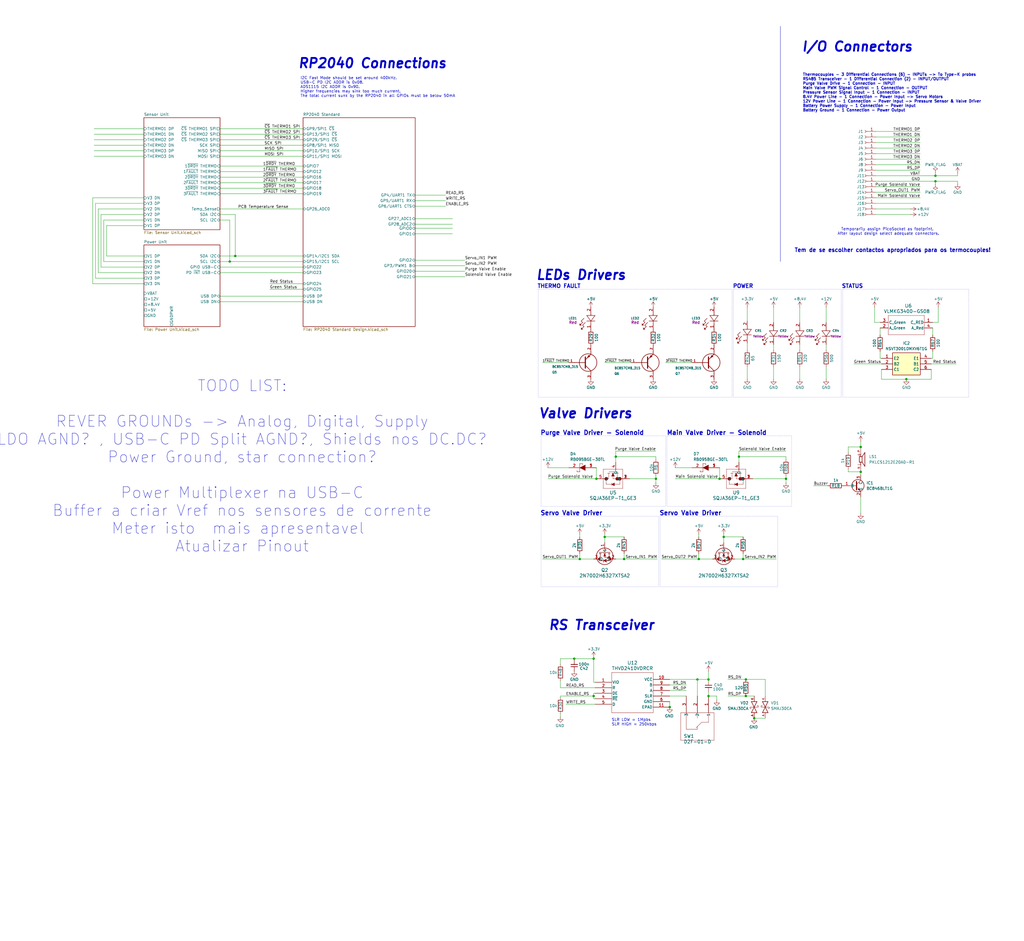
<source format=kicad_sch>
(kicad_sch (version 20250114) (generator "eeschema") (generator_version "9.0")
  (paper "User" 469.9 431.8)
  (title_block (title "Temperature & Valve Control System") (date "2025-02-20") (company "Porto Space Team") (comment 1 "Miguel Amorim") (comment 2 "Miguel Leite") (comment 3 "Rafael Novais") (comment 4 "Teresa Monteiro"))
  (rectangle (start 386.715 132.715) (end 444.5 182.245) (stroke (width 0) (type dot)))
  (rectangle (start 306.07 200.025) (end 363.22 232.41) (stroke (width 0) (type dot)))
  (rectangle (start 302.895 236.855) (end 356.87 269.24) (stroke (width 0) (type dot)))
  (rectangle (start 336.55 132.715) (end 386.08 182.245) (stroke (width 0) (type dot)))
  (rectangle (start 248.285 200.025) (end 305.435 232.41) (stroke (width 0) (type dot)))
  (rectangle (start 247.015 132.715) (end 335.915 182.245) (stroke (width 0) (type dot)))
  (rectangle (start 248.285 236.855) (end 302.26 269.24) (stroke (width 0) (type dot)))
  (text "RS Transceiver" (at 251.46 287.02 0) (effects (font (size 4.318 4.318) (thickness 0.8636) (bold yes) (italic yes)) (justify left)))
  (text "Servo Valve Driver" (at 262.255 235.585 0) (effects (font (size 2.032 2.032) (thickness 0.4064) (bold yes))))
  (text "RP2040 Connections" (at 136.525 29.21 0) (effects (font (size 4.318 4.318) (thickness 0.8636) (bold yes) (italic yes)) (justify left)))
  (text "POWER" (at 340.995 131.445 0) (effects (font (size 1.778 1.778) (thickness 0.3556) (bold yes))))
  (text "I2C Fast Mode should be set around 400kHz.\nUSB-C PD I2C ADDR is 0x08.\nADS1115 I2C ADDR is 0x90.\nHigher frequencies may sink too much current.\nThe total current sunk by the RP2040 in all GPIOs must be below 50mA" (at 137.795 40.005 0) (effects (font (size 1.27 1.27)) (justify left)))
  (text "Tem de se escolher contactos apropriados para os termocouples!" (at 364.49 114.935 0) (effects (font (size 1.778 1.778) (thickness 0.3556) (bold yes)) (justify left)))
  (text "Valve Drivers" (at 247.015 189.865 0) (effects (font (size 4.318 4.318) (thickness 0.8636) (bold yes) (italic yes)) (justify left)))
  (text "Temporarily assign PicoSocket as footprint. \nAfter layout design select adequate connectors.\n " (at 407.67 107.315 0) (effects (font (size 1.27 1.27))))
  (text "LEDs Drivers" (at 245.745 126.365 0) (effects (font (size 4.318 4.318) (thickness 0.8636) (bold yes) (italic yes)) (justify left)))
  (text "SLR LOW = 1Mpbs\nSLR HIGH = 250kbps\n" (at 280.67 331.47 0) (effects (font (size 1.27 1.27)) (justify left)))
  (text "THERMO FAULT" (at 256.54 131.445 0) (effects (font (size 1.778 1.778) (thickness 0.3556) (bold yes))))
  (text "TODO LIST:\n\nREVER GROUNDs -> Analog, Digital, Supply\nLDO AGND? , USB-C PD Split AGND?, Shields nos DC.DC?\nPower Ground, star connection?\n\nPower Multiplexer na USB-C\nBuffer a criar Vref nos sensores de corrente\nMeter isto  mais apresentavel \nAtualizar Pinout" (at 111.125 213.995 0) (effects (font (size 5.08 5.08))))
  (text "Purge Valve Driver - Solenoid" (at 271.78 198.755 0) (effects (font (size 2.032 2.032) (thickness 0.4064) (bold yes))))
  (text "STATUS" (at 391.16 131.445 0) (effects (font (size 1.778 1.778) (thickness 0.3556) (bold yes))))
  (text "Main Valve Driver - Solenoid" (at 328.93 198.755 0) (effects (font (size 2.032 2.032) (thickness 0.4064) (bold yes))))
  (text "Servo Valve Driver" (at 316.865 235.585 0) (effects (font (size 2.032 2.032) (thickness 0.4064) (bold yes))))
  (text "Thermocouples - 3 Differential Connections (6) - INPUTs -> To Type-K probes\nRS485 Transceiver - 1 Differential Connection (2) - INPUT/OUTPUT \nPurge Valve Drive - 1 Connection - INPUT\nMain Valve PWM Signal Control - 1 Connection - OUTPUT\nPressure Sensor Signal Input - 1 Connection - INPUT\n8.4V Power Line - 1 Connection - Power Input -> Servo Motors\n12V Power Line - 1 Connection - Power Input -> Pressure Sensor & Valve Driver\nBattery Power Supply - 1 Connection - Power Input\nBattery Ground - 1 Connection - Power Output" (at 368.3 42.545 0) (effects (font (size 1.27 1.27) (thickness 0.254) (bold yes)) (justify left)))
  (text "I/O Connectors" (at 367.665 21.59 0) (effects (font (size 4.318 4.318) (thickness 0.8636) (bold yes) (italic yes)) (justify left)))
  (junction (at 272.415 319.405))
  (junction (at 300.99 219.71))
  (junction (at 273.685 219.71))
  (junction (at 394.97 205.105))
  (junction (at 429.26 83.185))
  (junction (at 105.41 120.015))
  (junction (at 325.12 319.405))
  (junction (at 360.68 219.71))
  (junction (at 320.675 256.54))
  (junction (at 277.495 246.38))
  (junction (at 325.12 311.785))
  (junction (at 263.525 302.26))
  (junction (at 320.04 311.785))
  (junction (at 429.26 80.645))
  (junction (at 394.97 216.535))
  (junction (at 339.09 209.55))
  (junction (at 415.925 173.99))
  (junction (at 332.105 246.38))
  (junction (at 330.2 219.71))
  (junction (at 286.385 256.54))
  (junction (at 282.575 209.55))
  (junction (at 346.075 329.565))
  (junction (at 272.415 302.26))
  (junction (at 342.265 319.405))
  (junction (at 307.34 324.485))
  (junction (at 342.265 311.785))
  (junction (at 266.065 256.54))
  (junction (at 340.995 256.54))
  (junction (at 107.95 117.475))
  (wire (pts (xy 401.955 90.805) (xy 422.275 90.805)))
  (wire (pts (xy 346.075 329.565) (xy 351.155 329.565)))
  (wire (pts (xy 100.965 122.555) (xy 139.065 122.555)))
  (wire (pts (xy 401.32 147.955) (xy 403.86 147.955)))
  (wire (pts (xy 272.415 313.055) (xy 273.05 313.055)))
  (wire (pts (xy 389.255 215.265) (xy 389.255 216.535)))
  (wire (pts (xy 277.495 246.38) (xy 277.495 248.92)))
  (wire (pts (xy 391.795 167.005) (xy 404.495 167.005)))
  (wire (pts (xy 360.68 207.01) (xy 339.09 207.01)))
  (wire (pts (xy 277.495 246.38) (xy 286.385 246.38)))
  (wire (pts (xy 100.965 100.965) (xy 105.41 100.965)))
  (wire (pts (xy 389.255 207.645) (xy 389.255 205.105)))
  (wire (pts (xy 100.965 69.215) (xy 139.065 69.215)))
  (wire (pts (xy 207.645 104.775) (xy 190.5 104.775)))
  (wire (pts (xy 263.525 302.26) (xy 263.525 302.895)))
  (wire (pts (xy 107.95 117.475) (xy 139.065 117.475)))
  (wire (pts (xy 307.34 311.785) (xy 320.04 311.785)))
  (wire (pts (xy 43.815 93.345) (xy 66.04 93.345)))
  (wire (pts (xy 403.86 150.495) (xy 403.86 153.67)))
  (wire (pts (xy 100.965 61.595) (xy 139.065 61.595)))
  (wire (pts (xy 300.99 218.44) (xy 300.99 219.71)))
  (wire (pts (xy 401.955 93.345) (xy 422.275 93.345)))
  (wire (pts (xy 401.955 88.265) (xy 422.275 88.265)))
  (wire (pts (xy 427.355 167.005) (xy 438.785 167.005)))
  (wire (pts (xy 66.04 103.505) (xy 48.895 103.505)))
  (wire (pts (xy 282.575 209.55) (xy 282.575 212.09)))
  (wire (pts (xy 430.53 140.97) (xy 430.53 147.955)))
  (wire (pts (xy 263.525 302.26) (xy 272.415 302.26)))
  (wire (pts (xy 100.965 64.135) (xy 139.065 64.135)))
  (wire (pts (xy 303.53 256.54) (xy 320.675 256.54)))
  (wire (pts (xy 46.355 98.425) (xy 66.04 98.425)))
  (wire (pts (xy 66.04 122.555) (xy 46.355 122.555)))
  (wire (pts (xy 403.86 164.465) (xy 404.495 164.465)))
  (wire (pts (xy 47.625 120.015) (xy 47.625 100.965)))
  (wire (pts (xy 334.01 319.405) (xy 342.265 319.405)))
  (wire (pts (xy 320.675 256.54) (xy 327.025 256.54)))
  (wire (pts (xy 360.68 219.71) (xy 360.68 221.615)))
  (wire (pts (xy 342.9 157.48) (xy 342.9 160.655)))
  (wire (pts (xy 100.965 135.89) (xy 139.065 135.89)))
  (wire (pts (xy 286.385 254) (xy 286.385 256.54)))
  (wire (pts (xy 282.575 209.55) (xy 300.99 209.55)))
  (wire (pts (xy 404.495 173.99) (xy 415.925 173.99)))
  (wire (pts (xy 286.385 256.54) (xy 301.625 256.54)))
  (wire (pts (xy 100.965 117.475) (xy 107.95 117.475)))
  (wire (pts (xy 100.965 98.425) (xy 107.95 98.425)))
  (wire (pts (xy 307.34 316.865) (xy 314.96 316.865)))
  (wire (pts (xy 66.04 90.805) (xy 42.545 90.805)))
  (wire (pts (xy 389.255 216.535) (xy 394.97 216.535)))
  (wire (pts (xy 345.44 219.71) (xy 360.68 219.71)))
  (wire (pts (xy 272.415 318.135) (xy 273.05 318.135)))
  (wire (pts (xy 266.065 254) (xy 266.065 256.54)))
  (wire (pts (xy 43.18 59.055) (xy 66.04 59.055)))
  (wire (pts (xy 337.185 256.54) (xy 340.995 256.54)))
  (wire (pts (xy 300.99 209.55) (xy 300.99 210.82)))
  (wire (pts (xy 394.97 215.9) (xy 394.97 216.535)))
  (wire (pts (xy 190.5 119.38) (xy 213.36 119.38)))
  (wire (pts (xy 401.955 98.425) (xy 417.83 98.425)))
  (wire (pts (xy 257.175 320.04) (xy 257.175 319.405)))
  (wire (pts (xy 100.965 83.82) (xy 139.065 83.82)))
  (wire (pts (xy 354.965 158.115) (xy 354.965 160.655)))
  (wire (pts (xy 272.415 302.26) (xy 272.415 313.055)))
  (wire (pts (xy 394.97 205.105) (xy 394.97 205.74)))
  (wire (pts (xy 427.99 150.495) (xy 427.99 153.67)))
  (wire (pts (xy 427.99 161.29) (xy 427.99 164.465)))
  (wire (pts (xy 422.275 60.325) (xy 401.955 60.325)))
  (wire (pts (xy 342.9 168.275) (xy 342.9 173.99)))
  (wire (pts (xy 309.88 219.71) (xy 330.2 219.71)))
  (wire (pts (xy 288.925 219.71) (xy 300.99 219.71)))
  (wire (pts (xy 354.965 140.97) (xy 354.965 147.955)))
  (wire (pts (xy 277.495 166.37) (xy 289.56 166.37)))
  (wire (pts (xy 46.355 122.555) (xy 46.355 98.425)))
  (wire (pts (xy 328.93 319.405) (xy 328.93 321.31)))
  (wire (pts (xy 43.18 64.135) (xy 66.04 64.135)))
  (wire (pts (xy 259.715 323.215) (xy 273.05 323.215)))
  (wire (pts (xy 213.36 121.92) (xy 190.5 121.92)))
  (wire (pts (xy 325.12 307.975) (xy 325.12 311.785)))
  (wire (pts (xy 282.575 256.54) (xy 286.385 256.54)))
  (wire (pts (xy 427.355 164.465) (xy 427.99 164.465)))
  (wire (pts (xy 277.495 245.11) (xy 277.495 246.38)))
  (wire (pts (xy 401.955 75.565) (xy 422.275 75.565)))
  (wire (pts (xy 100.965 95.885) (xy 139.065 95.885)))
  (wire (pts (xy 257.175 315.595) (xy 273.05 315.595)))
  (wire (pts (xy 100.965 78.74) (xy 139.065 78.74)))
  (wire (pts (xy 305.435 166.37) (xy 317.5 166.37)))
  (wire (pts (xy 100.965 66.675) (xy 139.065 66.675)))
  (wire (pts (xy 415.925 173.99) (xy 427.355 173.99)))
  (wire (pts (xy 45.085 125.095) (xy 45.085 95.885)))
  (wire (pts (xy 422.275 67.945) (xy 401.955 67.945)))
  (wire (pts (xy 439.42 79.375) (xy 439.42 80.645)))
  (wire (pts (xy 100.965 88.9) (xy 139.065 88.9)))
  (wire (pts (xy 43.18 61.595) (xy 66.04 61.595)))
  (wire (pts (xy 339.09 207.01) (xy 339.09 209.55)))
  (wire (pts (xy 320.675 245.11) (xy 320.675 246.38)))
  (wire (pts (xy 429.26 83.185) (xy 429.26 84.455)))
  (wire (pts (xy 139.065 132.715) (xy 123.825 132.715)))
  (wire (pts (xy 330.2 219.71) (xy 330.2 214.63)))
  (wire (pts (xy 354.965 168.275) (xy 354.965 173.99)))
  (wire (pts (xy 394.97 216.535) (xy 394.97 217.805)))
  (wire (pts (xy 379.095 173.99) (xy 379.095 168.275)))
  (wire (pts (xy 251.46 214.63) (xy 260.985 214.63)))
  (wire (pts (xy 427.355 173.99) (xy 427.355 169.545)))
  (wire (pts (xy 320.04 311.785) (xy 325.12 311.785)))
  (wire (pts (xy 320.04 311.785) (xy 320.04 319.405)))
  (wire (pts (xy 190.5 92.075) (xy 204.47 92.075)))
  (wire (pts (xy 325.12 319.405) (xy 328.93 319.405)))
  (wire (pts (xy 257.175 302.26) (xy 257.175 304.8)))
  (wire (pts (xy 394.97 227.965) (xy 394.97 235.585)))
  (wire (pts (xy 342.9 140.97) (xy 342.9 147.32)))
  (wire (pts (xy 190.5 100.33) (xy 207.645 100.33)))
  (wire (pts (xy 334.01 311.785) (xy 342.265 311.785)))
  (wire (pts (xy 307.34 319.405) (xy 314.96 319.405)))
  (wire (pts (xy 360.68 209.55) (xy 360.68 210.82)))
  (wire (pts (xy 107.95 98.425) (xy 107.95 117.475)))
  (wire (pts (xy 272.415 301.625) (xy 272.415 302.26)))
  (wire (pts (xy 403.86 161.29) (xy 403.86 164.465)))
  (wire (pts (xy 272.415 318.135) (xy 272.415 319.405)))
  (wire (pts (xy 367.03 158.115) (xy 367.03 160.655)))
  (wire (pts (xy 332.105 245.11) (xy 332.105 246.38)))
  (wire (pts (xy 401.955 85.725) (xy 422.275 85.725)))
  (wire (pts (xy 379.095 158.115) (xy 379.095 160.655)))
  (wire (pts (xy 213.36 124.46) (xy 190.5 124.46)))
  (wire (pts (xy 100.965 81.28) (xy 139.065 81.28)))
  (wire (pts (xy 272.415 319.405) (xy 272.415 320.675)))
  (wire (pts (xy 100.965 138.43) (xy 139.065 138.43)))
  (wire (pts (xy 401.955 78.105) (xy 422.275 78.105)))
  (wire (pts (xy 100.965 71.755) (xy 139.065 71.755)))
  (wire (pts (xy 105.41 120.015) (xy 139.065 120.015)))
  (wire (pts (xy 282.575 207.01) (xy 282.575 209.55)))
  (wire (pts (xy 105.41 100.965) (xy 105.41 120.015)))
  (wire (pts (xy 43.18 69.215) (xy 66.04 69.215)))
  (wire (pts (xy 251.46 219.71) (xy 273.685 219.71)))
  (wire (pts (xy 213.36 127) (xy 190.5 127)))
  (wire (pts (xy 139.065 130.175) (xy 123.825 130.175)))
  (wire (pts (xy 100.965 59.055) (xy 139.065 59.055)))
  (wire (pts (xy 257.175 327.66) (xy 257.175 328.93)))
  (wire (pts (xy 340.995 256.54) (xy 356.235 256.54)))
  (wire (pts (xy 309.88 214.63) (xy 317.5 214.63)))
  (wire (pts (xy 367.03 168.275) (xy 367.03 173.99)))
  (wire (pts (xy 257.175 319.405) (xy 272.415 319.405)))
  (wire (pts (xy 339.09 209.55) (xy 339.09 212.09)))
  (wire (pts (xy 66.04 125.095) (xy 45.085 125.095)))
  (wire (pts (xy 342.265 319.405) (xy 346.075 319.405)))
  (wire (pts (xy 379.095 140.97) (xy 379.095 147.955)))
  (wire (pts (xy 43.18 71.755) (xy 66.04 71.755)))
  (wire (pts (xy 43.18 66.675) (xy 66.04 66.675)))
  (wire (pts (xy 300.99 207.01) (xy 282.575 207.01)))
  (wire (pts (xy 367.03 140.97) (xy 367.03 147.955)))
  (wire (pts (xy 325.12 311.785) (xy 325.12 312.42)))
  (wire (pts (xy 422.275 62.865) (xy 401.955 62.865)))
  (wire (pts (xy 100.965 125.095) (xy 139.065 125.095)))
  (wire (pts (xy 401.955 80.645) (xy 429.26 80.645)))
  (wire (pts (xy 360.68 218.44) (xy 360.68 219.71)))
  (wire (pts (xy 429.26 80.645) (xy 439.42 80.645)))
  (wire (pts (xy 190.5 102.87) (xy 207.645 102.87)))
  (wire (pts (xy 190.5 107.315) (xy 207.645 107.315)))
  (wire (pts (xy 100.965 120.015) (xy 105.41 120.015)))
  (wire (pts (xy 48.895 117.475) (xy 66.04 117.475)))
  (wire (pts (xy 422.275 65.405) (xy 401.955 65.405)))
  (wire (pts (xy 100.965 86.36) (xy 139.065 86.36)))
  (wire (pts (xy 300.99 219.71) (xy 300.99 221.615)))
  (wire (pts (xy 401.32 140.97) (xy 401.32 147.955)))
  (wire (pts (xy 266.065 245.11) (xy 266.065 246.38)))
  (wire (pts (xy 45.085 95.885) (xy 66.04 95.885)))
  (wire (pts (xy 307.34 321.945) (xy 307.34 324.485)))
  (wire (pts (xy 257.175 312.42) (xy 257.175 315.595)))
  (wire (pts (xy 429.26 83.185) (xy 439.42 83.185)))
  (wire (pts (xy 340.995 254) (xy 340.995 256.54)))
  (wire (pts (xy 373.38 222.885) (xy 379.73 222.885)))
  (wire (pts (xy 47.625 100.965) (xy 66.04 100.965)))
  (wire (pts (xy 190.5 89.535) (xy 204.47 89.535)))
  (wire (pts (xy 248.92 256.54) (xy 266.065 256.54)))
  (polyline (pts (xy 358.14 12.065) (xy 358.14 120.015)))
  (wire (pts (xy 394.97 202.565) (xy 394.97 205.105)))
  (wire (pts (xy 42.545 130.175) (xy 66.04 130.175)))
  (wire (pts (xy 273.685 219.71) (xy 273.685 214.63)))
  (wire (pts (xy 248.92 166.37) (xy 260.985 166.37)))
  (wire (pts (xy 272.415 320.675) (xy 273.05 320.675)))
  (wire (pts (xy 325.12 317.5) (xy 325.12 319.405)))
  (wire (pts (xy 422.275 73.025) (xy 401.955 73.025)))
  (wire (pts (xy 48.895 103.505) (xy 48.895 117.475)))
  (wire (pts (xy 66.04 120.015) (xy 47.625 120.015)))
  (wire (pts (xy 401.955 83.185) (xy 429.26 83.185)))
  (wire (pts (xy 332.105 246.38) (xy 332.105 248.92)))
  (wire (pts (xy 204.47 94.615) (xy 190.5 94.615)))
  (wire (pts (xy 307.34 314.325) (xy 314.96 314.325)))
  (wire (pts (xy 351.155 311.785) (xy 351.155 319.405)))
  (wire (pts (xy 266.065 256.54) (xy 272.415 256.54)))
  (wire (pts (xy 42.545 90.805) (xy 42.545 130.175)))
  (wire (pts (xy 43.815 127.635) (xy 43.815 93.345)))
  (wire (pts (xy 389.255 205.105) (xy 394.97 205.105)))
  (wire (pts (xy 401.955 70.485) (xy 422.275 70.485)))
  (wire (pts (xy 439.42 83.185) (xy 439.42 84.455)))
  (wire (pts (xy 401.955 95.885) (xy 417.83 95.885)))
  (wire (pts (xy 342.265 311.785) (xy 351.155 311.785)))
  (wire (pts (xy 429.26 79.375) (xy 429.26 80.645)))
  (wire (pts (xy 427.99 147.955) (xy 430.53 147.955)))
  (wire (pts (xy 257.175 302.26) (xy 263.525 302.26)))
  (wire (pts (xy 404.495 169.545) (xy 404.495 173.99)))
  (wire (pts (xy 339.09 209.55) (xy 360.68 209.55)))
  (wire (pts (xy 100.965 76.2) (xy 139.065 76.2)))
  (wire (pts (xy 320.675 254) (xy 320.675 256.54)))
  (wire (pts (xy 332.105 246.38) (xy 340.995 246.38)))
  (wire (pts (xy 66.04 127.635) (xy 43.815 127.635)))
  (label "Red Status" (at 123.825 130.175 0))
  (label "3~{DRDY} THERMO" (at 120.65 86.36 0))
  (label "ENABLE_RS" (at 259.715 319.405 0))
  (label "RS_DN" (at 334.01 311.785 0))
  (label "Servo_IN1 PWM" (at 301.625 256.54 180))
  (label "Servo_OUT1 PWM" (at 422.275 88.265 180))
  (label "Main Solenoid Valve" (at 309.88 219.71 0))
  (label "Servo_OUT1 PWM" (at 248.92 256.54 0))
  (label "WRITE_RS" (at 259.715 323.215 0))
  (label "THERMO1 DP" (at 422.275 60.325 180))
  (label "~{CS} THERMO2 SPI" (at 121.285 61.595 0))
  (label "PCB Temperature Sense" (at 109.22 95.885 0))
  (label "Purge Solenoid Valve" (at 422.275 85.725 180))
  (label "Solenoid Valve Enable" (at 213.36 127 0))
  (label "MOSI SPI" (at 121.285 71.755 0))
  (label "~{CS} THERMO3 SPI" (at 121.285 64.135 0))
  (label "RS_DN" (at 314.96 314.325 180))
  (label "RS_DP" (at 314.96 316.865 180))
  (label "READ_RS" (at 259.715 315.595 0))
  (label "Main Solenoid Valve" (at 422.275 90.805 180))
  (label "RS_DN" (at 422.275 75.565 180))
  (label "Solenoid Valve Enable" (at 360.68 207.01 180))
  (label "RS_DP" (at 334.01 319.405 0))
  (label "3~{FAULT} THERMO" (at 120.65 88.9 0))
  (label "THERMO2 DP" (at 422.275 65.405 180))
  (label "MISO SPI" (at 121.285 69.215 0))
  (label "Purge Solenoid Valve" (at 251.46 219.71 0))
  (label "SCK SPI" (at 121.285 66.675 0))
  (label "READ_RS" (at 204.47 89.535 0))
  (label "Purge Valve Enable" (at 213.36 124.46 0))
  (label "THERMO3 DN" (at 422.275 73.025 180))
  (label "Purge Valve Enable" (at 300.99 207.01 180))
  (label "ENABLE_RS" (at 204.47 94.615 0))
  (label "Red Status" (at 438.785 167.005 180))
  (label "Servo_IN2 PWM" (at 213.36 121.92 0))
  (label "Servo_IN2 PWM" (at 356.235 256.54 180))
  (label "Green Status" (at 123.825 132.715 0))
  (label "Servo_IN1 PWM" (at 213.36 119.38 0))
  (label "2~{DRDY} THERMO" (at 120.65 81.28 0))
  (label "1~{DRDY} THERMO" (at 120.65 76.2 0))
  (label "Servo_OUT2 PWM" (at 303.53 256.54 0))
  (label "GND" (at 422.275 83.185 180))
  (label "THERMO3 DP" (at 422.275 70.485 180))
  (label "Green Status" (at 391.795 167.005 0))
  (label "~{CS} THERMO1 SPI" (at 121.285 59.055 0))
  (label "VBAT" (at 422.275 80.645 180))
  (label "WRITE_RS" (at 204.47 92.075 0))
  (label "1~{FAULT} THERMO" (at 248.92 166.37 0) (effects (font (size 1.016 1.016))))
  (label "2~{FAULT} THERMO" (at 277.495 166.37 0) (effects (font (size 1.016 1.016))))
  (label "RS_DP" (at 422.275 78.105 180))
  (label "2~{FAULT} THERMO" (at 120.65 83.82 0))
  (label "Buzzer" (at 373.38 222.885 0))
  (label "THERMO1 DN" (at 422.275 62.865 180))
  (label "3~{FAULT} THERMO" (at 305.435 166.37 0) (effects (font (size 1.016 1.016))))
  (label "1~{FAULT} THERMO" (at 120.65 78.74 0))
  (label "THERMO2 DN" (at 422.275 67.945 180))
  (symbol (lib_id "VLMS1500-GS08:VLMS1500-GS08") (at 271.145 140.97 90) (mirror x) (unit 1)
    (property "Reference" "LED1" (at 264.795 146.0499 90) (effects (font (size 1.016 1.016)) (justify left)))
    (property "Value" "VLMS1500-GS08" (effects (hide yes)))
    (property "Footprint" "LED-Red_VLMS1500-GS08:LED_00-GS08_VIS_RED" (effects (hide yes)))
    (property "Datasheet" "VLMS1500-GS08" (effects (hide yes)))
    (property "Description" "Red" (at 262.89 147.955 90))
  )
  (symbol (lib_id "power:GND") (at 299.72 173.99 0) (unit 1)
    (property "Reference" "#PWR0112" (effects (hide yes)))
    (property "Value" "GND" (at 299.72 177.8 0))
    (property "Description" "Power symbol creates a global label with name \"GND\" , ground" (effects (hide yes)))
  )
  (symbol (lib_id "power:GND") (at 354.965 173.99 0) (unit 1)
    (property "Reference" "#PWR080" (effects (hide yes)))
    (property "Value" "GND" (at 354.965 177.8 0))
    (property "Description" "Power symbol creates a global label with name \"GND\" , ground" (effects (hide yes)))
  )
  (symbol (lib_id "Device:R") (at 342.265 315.595 0) (unit 1)
    (property "Reference" "R55" (at 342.265 317.5 90) (effects (justify left)))
    (property "Value" "120" (at 337.185 315.595 0) (effects (justify left)))
    (property "Footprint" "Resistor-0603:RES_0603" (effects (hide yes)))
    (property "Description" "Resistor" (effects (hide yes)))
  )
  (symbol (lib_id "PKLCS1212E20A0-R1:PKLCS1212E20A0-R1") (at 394.97 210.82 0) (unit 1)
    (property "Reference" "LS1" (at 398.78 209.5499 0) (effects (justify left)))
    (property "Value" "PKLCS1212E20A0-R1" (at 398.78 212.0899 0) (effects (justify left)))
    (property "Footprint" "PKLCS1212E20A0-R1:PKLCS1212E20A0-R1" (effects (hide yes)))
    (property "MF" "Murata" (effects (hide yes)))
    (property "MAXIMUM_PACKAGE_HEIGHT" "3.0 mm" (effects (hide yes)))
    (property "Package" "SMD-2 Murata" (effects (hide yes)))
    (property "Price" "None" (effects (hide yes)))
    (property "Check_prices" "https://www.snapeda.com/parts/PKLCS1212E20A0-R1/Murata/view-part/?ref=eda" (effects (hide yes)))
    (property "STANDARD" "Manufacturer Recommendations" (effects (hide yes)))
    (property "PARTREV" "January 22, 2018" (effects (hide yes)))
    (property "SnapEDA_Link" "https://www.snapeda.com/parts/PKLCS1212E20A0-R1/Murata/view-part/?ref=snap" (effects (hide yes)))
    (property "MP" "PKLCS1212E20A0-R1" (effects (hide yes)))
    (property "Description_1" "Buzzers Transducer, Externally Driven Piezo 1.5 V - 2kHz 70dB @ 1.5V, 10cm Surface Mount Solder Pads" (effects (hide yes)))
    (property "Availability" "In Stock" (effects (hide yes)))
    (property "MANUFACTURER" "Murata Electronics" (effects (hide yes)))
  )
  (symbol (lib_id "power:+5V") (at 325.12 307.975 0) (unit 1)
    (property "Reference" "#PWR032" (effects (hide yes)))
    (property "Value" "+5V" (at 325.12 304.165 0))
    (property "Description" "Power symbol creates a global label with name \"+5V\"" (effects (hide yes)))
  )
  (symbol (lib_id "power:PWR_FLAG") (at 429.26 84.455 180) (unit 1)
    (property "Reference" "#FLG03" (effects (hide yes)))
    (property "Value" "PWR_FLAG" (at 429.26 88.265 0))
    (property "Description" "Special symbol for telling ERC where power comes from" (effects (hide yes)))
  )
  (symbol (lib_id "power:GND") (at 346.075 329.565 0) (unit 1)
    (property "Reference" "#PWR038" (effects (hide yes)))
    (property "Value" "GND" (at 345.821 333.629 0))
    (property "Description" "Power symbol creates a global label with name \"GND\" , ground" (effects (hide yes)))
  )
  (symbol (lib_id "power:GND") (at 307.34 324.485 0) (unit 1)
    (property "Reference" "#PWR031" (effects (hide yes)))
    (property "Value" "GND" (at 307.086 328.549 0))
    (property "Description" "Power symbol creates a global label with name \"GND\" , ground" (effects (hide yes)))
  )
  (symbol (lib_id "power:+3.3V") (at 277.495 245.11 0) (unit 1)
    (property "Reference" "#PWR090" (effects (hide yes)))
    (property "Value" "+3.3V" (at 277.495 241.3 0))
    (property "Description" "Power symbol creates a global label with name \"+3.3V\"" (effects (hide yes)))
  )
  (symbol (lib_id "power:PWR_FLAG") (at 429.26 79.375 0) (unit 1)
    (property "Reference" "#FLG01" (effects (hide yes)))
    (property "Value" "PWR_FLAG" (at 429.26 75.565 0))
    (property "Description" "Special symbol for telling ERC where power comes from" (effects (hide yes)))
  )
  (symbol (lib_id "power:+3.3V") (at 342.9 140.97 0) (unit 1)
    (property "Reference" "#PWR0103" (effects (hide yes)))
    (property "Value" "+3.3V" (at 342.9 137.16 0))
    (property "Description" "Power symbol creates a global label with name \"+3.3V\"" (effects (hide yes)))
  )
  (symbol (lib_id "Device:R") (at 299.72 154.94 180) (unit 1)
    (property "Reference" "R32" (at 299.72 156.845 90) (effects (justify right)))
    (property "Value" "100" (at 302.26 156.845 90) (effects (justify right)))
    (property "Footprint" "Resistor-0402:RES_0402" (effects (hide yes)))
    (property "Description" "Resistor" (effects (hide yes)))
  )
  (symbol (lib_id "Connector:Conn_01x01_Socket") (at 396.875 98.425 180) (unit 1)
    (property "Reference" "J18" (at 394.97 98.425 0))
    (property "Value" "Conn_01x01_Socket" (effects (hide yes)))
    (property "Footprint" "Pico_Conn1x1:Pico_01pin" (effects (hide yes)))
    (property "Description" "Generic connector, single row, 01x01, script generated" (effects (hide yes)))
  )
  (symbol (lib_id "Device:R") (at 266.065 250.19 0) (unit 1)
    (property "Reference" "R35" (at 266.065 252.095 90) (effects (justify left)))
    (property "Value" "2k" (at 263.525 251.46 90) (effects (justify left)))
    (property "Footprint" "Resistor-0402:RES_0402" (effects (hide yes)))
    (property "Description" "Resistor" (effects (hide yes)))
  )
  (symbol (lib_id "Device:R") (at 403.86 157.48 0) (unit 1)
    (property "Reference" "R64" (at 403.86 155.575 90) (effects (justify right)))
    (property "Value" "100" (at 401.32 155.575 90) (effects (justify right)))
    (property "Footprint" "Resistor-0402:RES_0402" (effects (hide yes)))
    (property "Description" "Resistor" (effects (hide yes)))
  )
  (symbol (lib_id "Device:R") (at 383.54 222.885 270) (unit 1)
    (property "Reference" "R18" (at 385.445 222.885 90) (effects (justify right)))
    (property "Value" "1k" (at 384.81 220.345 90) (effects (justify right)))
    (property "Footprint" "Resistor-0402:RES_0402" (effects (hide yes)))
    (property "Description" "Resistor" (effects (hide yes)))
  )
  (symbol (lib_id "Connector:Conn_01x01_Socket") (at 396.875 70.485 180) (unit 1)
    (property "Reference" "J5" (at 394.97 70.485 0))
    (property "Value" "Conn_01x01_Socket" (effects (hide yes)))
    (property "Footprint" "Pico_Conn1x1:Pico_01pin" (effects (hide yes)))
    (property "Description" "Generic connector, single row, 01x01, script generated" (effects (hide yes)))
  )
  (symbol (lib_id "power:GND") (at 415.925 173.99 0) (unit 1)
    (property "Reference" "#PWR0129" (effects (hide yes)))
    (property "Value" "GND" (at 415.925 177.8 0))
    (property "Description" "Power symbol creates a global label with name \"GND\" , ground" (effects (hide yes)))
  )
  (symbol (lib_id "power:+5V") (at 271.145 140.97 0) (unit 1)
    (property "Reference" "#PWR039" (effects (hide yes)))
    (property "Value" "+5V" (at 271.145 137.16 0))
    (property "Description" "Power symbol creates a global label with name \"+5V\"" (effects (hide yes)))
  )
  (symbol (lib_id "BC857CMB_315:BC857CMB_315") (at 299.72 166.37 0) (mirror x) (unit 1)
    (property "Reference" "Q6" (at 281.94 171.45 0) (effects (font (size 1.016 1.016)) (justify left)))
    (property "Value" "BC857CMB_315" (at 281.94 168.91 0) (effects (font (size 1.016 1.016)) (justify left)))
    (property "Footprint" "PNP_BC857CMB_315:TRANS_PMZB550UNEYL" (effects (hide yes)))
  )
  (symbol (lib_id "Device:R") (at 379.095 164.465 180) (unit 1)
    (property "Reference" "R56" (at 379.095 166.37 90) (effects (justify right)))
    (property "Value" "500" (at 381.635 166.37 90) (effects (justify right)))
    (property "Footprint" "Resistor-0402:RES_0402" (effects (hide yes)))
    (property "Description" "Resistor" (effects (hide yes)))
  )
  (symbol (lib_id "Connector:Conn_01x01_Socket") (at 396.875 88.265 180) (unit 1)
    (property "Reference" "J14" (at 394.97 88.265 0))
    (property "Value" "Conn_01x01_Socket" (effects (hide yes)))
    (property "Footprint" "Pico_Conn1x1:Pico_01pin" (effects (hide yes)))
    (property "Description" "Generic connector, single row, 01x01, script generated" (effects (hide yes)))
  )
  (symbol (lib_id "power:+24V") (at 417.83 95.885 270) (unit 1)
    (property "Reference" "#PWR072" (effects (hide yes)))
    (property "Value" "+8.4V" (at 423.545 95.885 90))
    (property "Description" "Power symbol creates a global label with name \"+24V\"" (effects (hide yes)))
  )
  (symbol (lib_id "Device:R") (at 342.9 164.465 180) (unit 1)
    (property "Reference" "R42" (at 342.9 166.37 90) (effects (justify right)))
    (property "Value" "65" (at 345.44 165.735 90) (effects (justify right)))
    (property "Footprint" "Resistor-0402:RES_0402" (effects (hide yes)))
    (property "Description" "Resistor" (effects (hide yes)))
  )
  (symbol (lib_id "BC846BLT1G:BC846BLT1G") (at 387.35 222.885 0) (unit 1)
    (property "Reference" "IC1" (at 397.51 221.6149 0) (effects (justify left)))
    (property "Value" "BC846BLT1G" (at 397.51 224.1549 0) (effects (justify left)))
    (property "Footprint" "BJT NPN:SOT96P237X111-3N" (effects (hide yes)))
    (property "Datasheet" "https://www.onsemi.com/pub/Collateral/BC846ALT1-D.PDF" (effects (hide yes)))
    (property "Description" "Moisture Sensitivity Level: 1; ESD Rating - Human Body Model: >4000 V ESD Rating - Machine Model: >400 V; Pb-Free Packages are Available; S Prefix for Automotive and Other Applications Requiring Unique Site and Control Change Requirements; AEC-Q101 Qualified and PPAP Capable" (effects (hide yes)))
    (property "Height" "1.11" (effects (hide yes)))
    (property "Mouser Part Number" "863-BC846BLT1G" (effects (hide yes)))
    (property "Mouser Price/Stock" "https://www.mouser.co.uk/ProductDetail/onsemi/BC846BLT1G?qs=vNc2DXHODiJuwwGLruzsRg%3D%3D" (effects (hide yes)))
    (property "Manufacturer_Name" "onsemi" (effects (hide yes)))
    (property "Manufacturer_Part_Number" "BC846BLT1G" (effects (hide yes)))
  )
  (symbol (lib_id "power:VBUS") (at 439.42 79.375 0) (unit 1)
    (property "Reference" "#PWR0125" (effects (hide yes)))
    (property "Value" "VBAT" (at 439.42 75.565 0))
    (property "Description" "Power symbol creates a global label with name \"VBUS\"" (effects (hide yes)))
  )
  (symbol (lib_id "power:+24V") (at 417.83 98.425 270) (unit 1)
    (property "Reference" "#PWR0111" (effects (hide yes)))
    (property "Value" "+12V" (at 423.545 98.425 90))
    (property "Description" "Power symbol creates a global label with name \"+24V\"" (effects (hide yes)))
  )
  (symbol (lib_id "power:+5V") (at 266.065 245.11 0) (unit 1)
    (property "Reference" "#PWR073" (effects (hide yes)))
    (property "Value" "+5V" (at 266.065 241.3 0))
    (property "Description" "Power symbol creates a global label with name \"+5V\"" (effects (hide yes)))
  )
  (symbol (lib_id "power:GND") (at 342.9 173.99 0) (unit 1)
    (property "Reference" "#PWR098" (effects (hide yes)))
    (property "Value" "GND" (at 342.9 177.8 0))
    (property "Description" "Power symbol creates a global label with name \"GND\" , ground" (effects (hide yes)))
  )
  (symbol (lib_id "Device:R") (at 389.255 211.455 0) (unit 1)
    (property "Reference" "R19" (at 389.255 209.55 90) (effects (justify right)))
    (property "Value" "1k" (at 386.715 210.185 90) (effects (justify right)))
    (property "Footprint" "Resistor-0402:RES_0402" (effects (hide yes)))
    (property "Description" "Resistor" (effects (hide yes)))
  )
  (symbol (lib_id "Connector:Conn_01x01_Socket") (at 396.875 93.345 180) (unit 1)
    (property "Reference" "J16" (at 394.97 93.345 0))
    (property "Value" "Conn_01x01_Socket" (effects (hide yes)))
    (property "Footprint" "Pico_Conn1x1:Pico_01pin" (effects (hide yes)))
    (property "Description" "Generic connector, single row, 01x01, script generated" (effects (hide yes)))
  )
  (symbol (lib_id "Connector:Conn_01x01_Socket") (at 396.875 80.645 180) (unit 1)
    (property "Reference" "J11" (at 394.97 80.645 0))
    (property "Value" "Conn_01x01_Socket" (effects (hide yes)))
    (property "Footprint" "Pico_Conn1x1:Pico_01pin" (effects (hide yes)))
    (property "Description" "Generic connector, single row, 01x01, script generated" (effects (hide yes)))
  )
  (symbol (lib_id "power:GND") (at 328.93 321.31 0) (unit 1)
    (property "Reference" "#PWR033" (effects (hide yes)))
    (property "Value" "GND" (at 328.93 325.12 0))
    (property "Description" "Power symbol creates a global label with name \"GND\" , ground" (effects (hide yes)))
  )
  (symbol (lib_id "Device:R") (at 367.03 164.465 180) (unit 1)
    (property "Reference" "R54" (at 367.03 166.37 90) (effects (justify right)))
    (property "Value" "320" (at 369.57 166.37 90) (effects (justify right)))
    (property "Footprint" "Resistor-0402:RES_0402" (effects (hide yes)))
    (property "Description" "Resistor" (effects (hide yes)))
  )
  (symbol (lib_id "THVD2410VDRCR:THVD2410VDRCR") (at 284.48 315.595 0) (unit 1)
    (property "Reference" "U12" (at 290.195 304.165 0) (effects (font (size 1.524 1.524))))
    (property "Value" "THVD2410VDRCR" (at 290.195 306.705 0) (effects (font (size 1.524 1.524))))
    (property "Footprint" "VSON10_DRC_TEX" (effects (hide yes)))
    (property "Datasheet" "THVD2410VDRCR" (effects (hide yes)))
  )
  (symbol (lib_id "VLMY1300-GS08:VLMY1300-GS08") (at 342.9 147.32 90) (mirror x) (unit 1)
    (property "Reference" "CR1" (at 347.98 151.765 90) (effects (font (size 1.016 1.016))))
    (property "Value" "VLMY1300-GS08" (effects (hide yes)))
    (property "Footprint" "LED-Yellow_VLMY1300-GS08:LED_VISHAY_VLMX1300_VIS" (effects (hide yes)))
    (property "Datasheet" "VLMY1300-GS08" (effects (hide yes)))
    (property "Description" "Yellow" (at 347.98 154.305 90) (effects (font (size 1.016 1.016))))
  )
  (symbol (lib_id "power:+12V") (at 379.095 140.97 0) (unit 1)
    (property "Reference" "#PWR0102" (effects (hide yes)))
    (property "Value" "+12V" (at 379.095 137.16 0))
    (property "Description" "Power symbol creates a global label with name \"+12V\"" (effects (hide yes)))
  )
  (symbol (lib_id "Device:R") (at 257.175 308.61 0) (unit 1)
    (property "Reference" "R48" (at 257.175 310.515 90) (effects (justify left)))
    (property "Value" "10k" (at 252.095 308.61 0) (effects (justify left)))
    (property "Footprint" "Resistor-0402:RES_0402" (effects (hide yes)))
    (property "Description" "Resistor" (effects (hide yes)))
  )
  (symbol (lib_id "power:+5V") (at 299.72 140.97 0) (unit 1)
    (property "Reference" "#PWR0101" (effects (hide yes)))
    (property "Value" "+5V" (at 299.72 137.16 0))
    (property "Description" "Power symbol creates a global label with name \"+5V\"" (effects (hide yes)))
  )
  (symbol (lib_id "Device:R") (at 257.175 323.85 0) (unit 1)
    (property "Reference" "R30" (at 257.175 325.755 90) (effects (justify left)))
    (property "Value" "10k" (at 252.095 323.85 0) (effects (justify left)))
    (property "Footprint" "Resistor-0402:RES_0402" (effects (hide yes)))
    (property "Description" "Resistor" (effects (hide yes)))
  )
  (symbol (lib_id "NSVT30010MXV6T1G:NSVT30010MXV6T1G") (at 404.495 164.465 0) (unit 1)
    (property "Reference" "IC2" (at 415.925 157.48 0))
    (property "Value" "NSVT30010MXV6T1G" (at 415.925 160.02 0))
    (property "Footprint" "2 PNP:SOT-563_1P3X1P7_ONS" (effects (hide yes)))
    (property "Datasheet" "https://www.onsemi.com/pub/Collateral/NST30010MXV6-D.PDF" (effects (hide yes)))
    (property "Description" "Current Gain Matching to 10%; Base-Emitter Voltage Matched to 2 mV; Drop-In Replacement for Standard Device; These are Pb-Free Devices; S and NSV Prefix for Automotive and Other Applications Requiring Unique Site and Control Change Requirements; AEC-Q101 Qualified and PPAP Capable" (effects (hide yes)))
    (property "Height" "0.6" (effects (hide yes)))
    (property "Mouser Part Number" "863-NSVT30010MXV6T1G" (effects (hide yes)))
    (property "Mouser Price/Stock" "https://www.mouser.co.uk/ProductDetail/onsemi/NSVT30010MXV6T1G?qs=dchgzKpACvKgapfe7pOinw%3D%3D" (effects (hide yes)))
    (property "Manufacturer_Name" "onsemi" (effects (hide yes)))
    (property "Manufacturer_Part_Number" "NSVT30010MXV6T1G" (effects (hide yes)))
  )
  (symbol (lib_id "Connector:Conn_01x01_Socket") (at 396.875 73.025 180) (unit 1)
    (property "Reference" "J6" (at 394.97 73.025 0))
    (property "Value" "Conn_01x01_Socket" (effects (hide yes)))
    (property "Footprint" "Pico_Conn1x1:Pico_01pin" (effects (hide yes)))
    (property "Description" "Generic connector, single row, 01x01, script generated" (effects (hide yes)))
  )
  (symbol (lib_id "power:+5V") (at 401.32 140.97 0) (unit 1)
    (property "Reference" "#PWR0127" (effects (hide yes)))
    (property "Value" "+5V" (at 401.32 137.16 0))
    (property "Description" "Power symbol creates a global label with name \"+5V\"" (effects (hide yes)))
  )
  (symbol (lib_id "power:GND") (at 379.095 173.99 0) (unit 1)
    (property "Reference" "#PWR0100" (effects (hide yes)))
    (property "Value" "GND" (at 379.095 177.8 0))
    (property "Description" "Power symbol creates a global label with name \"GND\" , ground" (effects (hide yes)))
  )
  (symbol (lib_id "Connector:Conn_01x01_Socket") (at 396.875 65.405 180) (unit 1)
    (property "Reference" "J3" (at 394.97 65.405 0))
    (property "Value" "Conn_01x01_Socket" (effects (hide yes)))
    (property "Footprint" "Pico_Conn1x1:Pico_01pin" (effects (hide yes)))
    (property "Description" "Generic connector, single row, 01x01, script generated" (effects (hide yes)))
  )
  (symbol (lib_id "SQJA36EP-T1-GE3:SQJA36EP-T1_GE3") (at 340.36 215.9 90) (mirror x) (unit 1)
    (property "Reference" "U9" (at 337.82 226.06 90) (effects (font (size 1.524 1.524))))
    (property "Value" "SQJA36EP-T1_GE3" (at 337.82 228.6 90) (effects (font (size 1.524 1.524))))
    (property "Footprint" "SQJA36EP-T1-GE3:PowerPAK_SO-8L_3_VIS" (effects (hide yes)))
    (property "Datasheet" "SQJA36EP-T1_GE3" (effects (hide yes)))
  )
  (symbol (lib_id "power:+12V") (at 309.88 214.63 0) (mirror y) (unit 1)
    (property "Reference" "#PWR0130" (effects (hide yes)))
    (property "Value" "+12V" (at 309.753 210.82 0))
    (property "Description" "Power symbol creates a global label with name \"+12V\"" (effects (hide yes)))
  )
  (symbol (lib_id "power:GND") (at 360.68 221.615 0) (mirror y) (unit 1)
    (property "Reference" "#PWR0131" (effects (hide yes)))
    (property "Value" "GND" (at 360.68 225.425 0))
    (property "Description" "Power symbol creates a global label with name \"GND\" , ground" (effects (hide yes)))
  )
  (symbol (lib_id "power:GND") (at 263.525 307.975 0) (unit 1)
    (property "Reference" "#PWR035" (effects (hide yes)))
    (property "Value" "GND" (at 263.525 311.785 0))
    (property "Description" "Power symbol creates a global label with name \"GND\" , ground" (effects (hide yes)))
  )
  (symbol (lib_id "SMAJ30CA:SMAJ30CA") (at 351.155 325.755 90) (unit 1)
    (property "Reference" "VD1" (at 353.695 322.58 90) (effects (justify right)))
    (property "Value" "SMAJ30CA" (at 353.695 325.12 90) (effects (justify right)))
    (property "MF" "Littelfuse" (effects (hide yes)))
    (property "Description_1" "Diode TVS Bi-Dir 30V 400W DO214AC | Littelfuse SMAJ30CA" (effects (hide yes)))
    (property "Package" "DO-214 Bourns" (effects (hide yes)))
    (property "Price" "None" (effects (hide yes)))
    (property "SnapEDA_Link" "https://www.snapeda.com/parts/SMAJ30CA/Littelfuse/view-part/?ref=snap" (effects (hide yes)))
    (property "MP" "SMAJ30CA" (effects (hide yes)))
    (property "Availability" "In Stock" (effects (hide yes)))
    (property "Check_prices" "https://www.snapeda.com/parts/SMAJ30CA/Littelfuse/view-part/?ref=eda" (effects (hide yes)))
  )
  (symbol (lib_id "power:GND") (at 300.99 221.615 0) (mirror y) (unit 1)
    (property "Reference" "#PWR013" (effects (hide yes)))
    (property "Value" "GND" (at 300.99 225.425 0))
    (property "Description" "Power symbol creates a global label with name \"GND\" , ground" (effects (hide yes)))
  )
  (symbol (lib_id "Device:C_Small") (at 325.12 314.96 0) (unit 1)
    (property "Reference" "C40" (at 329.565 314.325 0))
    (property "Value" "100n" (at 329.565 316.23 0))
    (property "Footprint" "Capacitor-0402:Capacitor_0402" (effects (hide yes)))
    (property "Description" "Unpolarized capacitor, small symbol" (effects (hide yes)))
  )
  (symbol (lib_id "NMOS_2N7002:2N7002H6327XTSA2") (at 332.105 248.92 90) (mirror x) (unit 1)
    (property "Reference" "Q3" (at 332.105 261.62 90) (effects (font (size 1.524 1.524))))
    (property "Value" "2N7002H6327XTSA2" (at 332.105 264.16 90) (effects (font (size 1.524 1.524))))
    (property "Footprint" "NMOS_2N7002:PG-SOT23-3-5_INF_MIN" (effects (hide yes)))
    (property "Datasheet" "2N7002H6327XTSA2" (effects (hide yes)))
  )
  (symbol (lib_id "VLMS1500-GS08:VLMS1500-GS08") (at 299.72 140.97 90) (mirror x) (unit 1)
    (property "Reference" "LED2" (at 293.37 146.0499 90) (effects (font (size 1.016 1.016)) (justify left)))
    (property "Value" "VLMS1500-GS08" (effects (hide yes)))
    (property "Footprint" "LED-Red_VLMS1500-GS08:LED_00-GS08_VIS_RED" (effects (hide yes)))
    (property "Datasheet" "VLMS1500-GS08" (effects (hide yes)))
    (property "Description" "Red" (at 291.465 147.955 90))
  )
  (symbol (lib_id "power:GND") (at 394.97 235.585 0) (unit 1)
    (property "Reference" "#PWR023" (effects (hide yes)))
    (property "Value" "GND" (at 394.97 239.395 0))
    (property "Description" "Power symbol creates a global label with name \"GND\" , ground" (effects (hide yes)))
  )
  (symbol (lib_id "power:+5V") (at 367.03 140.97 0) (unit 1)
    (property "Reference" "#PWR088" (effects (hide yes)))
    (property "Value" "+8.4V" (at 367.03 137.16 0))
    (property "Description" "Power symbol creates a global label with name \"+5V\"" (effects (hide yes)))
  )
  (symbol (lib_id "BC857CMB_315:BC857CMB_315") (at 271.145 166.37 0) (mirror x) (unit 1)
    (property "Reference" "Q5" (at 253.365 170.815 0) (effects (font (size 1.016 1.016)) (justify left)))
    (property "Value" "BC857CMB_315" (at 253.365 168.275 0) (effects (font (size 1.016 1.016)) (justify left)))
    (property "Footprint" "PNP_BC857CMB_315:TRANS_PMZB550UNEYL" (effects (hide yes)))
  )
  (symbol (lib_id "NMOS_2N7002:2N7002H6327XTSA2") (at 277.495 248.92 90) (mirror x) (unit 1)
    (property "Reference" "Q2" (at 277.495 261.62 90) (effects (font (size 1.524 1.524))))
    (property "Value" "2N7002H6327XTSA2" (at 277.495 264.16 90) (effects (font (size 1.524 1.524))))
    (property "Footprint" "NMOS_2N7002:PG-SOT23-3-5_INF_MIN" (effects (hide yes)))
    (property "Datasheet" "2N7002H6327XTSA2" (effects (hide yes)))
  )
  (symbol (lib_id "power:GND") (at 439.42 84.455 0) (unit 1)
    (property "Reference" "#PWR0126" (effects (hide yes)))
    (property "Value" "GND" (at 439.42 88.265 0))
    (property "Description" "Power symbol creates a global label with name \"GND\" , ground" (effects (hide yes)))
  )
  (symbol (lib_id "power:+3.3V") (at 332.105 245.11 0) (unit 1)
    (property "Reference" "#PWR0157" (effects (hide yes)))
    (property "Value" "+3.3V" (at 332.105 241.3 0))
    (property "Description" "Power symbol creates a global label with name \"+3.3V\"" (effects (hide yes)))
  )
  (symbol (lib_id "Switch_D2F-01:D2F-01-D") (at 325.12 319.405 270) (unit 1)
    (property "Reference" "SW1" (at 313.69 337.82 90) (effects (font (size 1.524 1.524)) (justify left)))
    (property "Value" "D2F-01-D" (at 313.69 340.36 90) (effects (font (size 1.524 1.524)) (justify left)))
    (property "Footprint" "D2F-01-D_OMR" (effects (hide yes)))
    (property "Datasheet" "D2F-01-D" (effects (hide yes)))
  )
  (symbol (lib_id "Connector:Conn_01x01_Socket") (at 396.875 90.805 180) (unit 1)
    (property "Reference" "J15" (at 394.97 90.805 0))
    (property "Value" "Conn_01x01_Socket" (effects (hide yes)))
    (property "Footprint" "Pico_Conn1x1:Pico_01pin" (effects (hide yes)))
    (property "Description" "Generic connector, single row, 01x01, script generated" (effects (hide yes)))
  )
  (symbol (lib_id "Device:R") (at 286.385 250.19 0) (unit 1)
    (property "Reference" "R43" (at 286.385 252.095 90) (effects (justify left)))
    (property "Value" "2k" (at 283.845 251.46 90) (effects (justify left)))
    (property "Footprint" "Resistor-0402:RES_0402" (effects (hide yes)))
    (property "Description" "Resistor" (effects (hide yes)))
  )
  (symbol (lib_id "RB095BGE-30TL:RB095BGE-30TL") (at 330.2 214.63 180) (unit 1)
    (property "Reference" "D7" (at 318.135 208.28 0) (effects (justify right)))
    (property "Value" "RB095BGE-30TL" (at 318.135 210.82 0) (effects (justify right)))
    (property "Footprint" "SchottkyDiode-RB095BGE:RD3P175SNFRATL" (effects (hide yes)))
    (property "Datasheet" "https://fscdn.rohm.com/en/products/databook/datasheet/discrete/diode/schottky_barrier/rb095bge-30tl-e.pdf" (effects (hide yes)))
    (property "Description" "ROHM 35V 6A, Dual Diode, 3-Pin DPAK RB095BGE-30TL" (effects (hide yes)))
    (property "Mouser Part Number" "755-RB095BGE-30TL" (effects (hide yes)))
    (property "Mouser Price/Stock" "https://www.mouser.co.uk/ProductDetail/ROHM-Semiconductor/RB095BGE-30TL?qs=gTYE2QTfZfT0xMzgoJJZow%3D%3D" (effects (hide yes)))
    (property "Manufacturer_Name" "ROHM Semiconductor" (effects (hide yes)))
    (property "Manufacturer_Part_Number" "RB095BGE-30TL" (effects (hide yes)))
  )
  (symbol (lib_id "Device:R") (at 271.145 154.94 180) (unit 1)
    (property "Reference" "R29" (at 271.145 156.845 90) (effects (justify right)))
    (property "Value" "100" (at 273.685 156.845 90) (effects (justify right)))
    (property "Footprint" "Resistor-0402:RES_0402" (effects (hide yes)))
    (property "Description" "Resistor" (effects (hide yes)))
  )
  (symbol (lib_id "power:+3.3V") (at 272.415 301.625 0) (unit 1)
    (property "Reference" "#PWR0109" (effects (hide yes)))
    (property "Value" "+3.3V" (at 272.415 297.815 0))
    (property "Description" "Power symbol creates a global label with name \"+3.3V\"" (effects (hide yes)))
  )
  (symbol (lib_id "power:+5V") (at 327.66 140.97 0) (unit 1)
    (property "Reference" "#PWR0121" (effects (hide yes)))
    (property "Value" "+5V" (at 327.66 137.16 0))
    (property "Description" "Power symbol creates a global label with name \"+5V\"" (effects (hide yes)))
  )
  (symbol (lib_id "SMAJ30CA:SMAJ30CA") (at 346.075 325.755 270) (mirror x) (unit 1)
    (property "Reference" "VD2" (at 343.535 322.58 90) (effects (justify right)))
    (property "Value" "SMAJ30CA" (at 343.535 325.12 90) (effects (justify right)))
    (property "MF" "Littelfuse" (effects (hide yes)))
    (property "Description_1" "Diode TVS Bi-Dir 30V 400W DO214AC | Littelfuse SMAJ30CA" (effects (hide yes)))
    (property "Package" "DO-214 Bourns" (effects (hide yes)))
    (property "Price" "None" (effects (hide yes)))
    (property "SnapEDA_Link" "https://www.snapeda.com/parts/SMAJ30CA/Littelfuse/view-part/?ref=snap" (effects (hide yes)))
    (property "MP" "SMAJ30CA" (effects (hide yes)))
    (property "Availability" "In Stock" (effects (hide yes)))
    (property "Check_prices" "https://www.snapeda.com/parts/SMAJ30CA/Littelfuse/view-part/?ref=eda" (effects (hide yes)))
  )
  (symbol (lib_id "power:+5V") (at 430.53 140.97 0) (unit 1)
    (property "Reference" "#PWR0128" (effects (hide yes)))
    (property "Value" "+5V" (at 430.53 137.16 0))
    (property "Description" "Power symbol creates a global label with name \"+5V\"" (effects (hide yes)))
  )
  (symbol (lib_id "Device:R") (at 340.995 250.19 0) (unit 1)
    (property "Reference" "R58" (at 340.995 252.095 90) (effects (justify left)))
    (property "Value" "2k" (at 338.455 251.46 90) (effects (justify left)))
    (property "Footprint" "Resistor-0402:RES_0402" (effects (hide yes)))
    (property "Description" "Resistor" (effects (hide yes)))
  )
  (symbol (lib_id "power:GND") (at 367.03 173.99 0) (unit 1)
    (property "Reference" "#PWR099" (effects (hide yes)))
    (property "Value" "GND" (at 367.03 177.8 0))
    (property "Description" "Power symbol creates a global label with name \"GND\" , ground" (effects (hide yes)))
  )
  (symbol (lib_id "Device:R") (at 327.66 154.94 180) (unit 1)
    (property "Reference" "R34" (at 327.66 156.845 90) (effects (justify right)))
    (property "Value" "100" (at 330.2 156.845 90) (effects (justify right)))
    (property "Footprint" "Resistor-0402:RES_0402" (effects (hide yes)))
    (property "Description" "Resistor" (effects (hide yes)))
  )
  (symbol (lib_id "Device:R") (at 427.99 157.48 180) (unit 1)
    (property "Reference" "R67" (at 427.99 159.385 90) (effects (justify right)))
    (property "Value" "100" (at 430.53 159.385 90) (effects (justify right)))
    (property "Footprint" "Resistor-0402:RES_0402" (effects (hide yes)))
    (property "Description" "Resistor" (effects (hide yes)))
  )
  (symbol (lib_id "Connector:Conn_01x01_Socket") (at 396.875 78.105 180) (unit 1)
    (property "Reference" "J9" (at 394.97 78.105 0))
    (property "Value" "Conn_01x01_Socket" (effects (hide yes)))
    (property "Footprint" "Pico_Conn1x1:Pico_01pin" (effects (hide yes)))
    (property "Description" "Generic connector, single row, 01x01, script generated" (effects (hide yes)))
  )
  (symbol (lib_id "power:+5V") (at 354.965 140.97 0) (unit 1)
    (property "Reference" "#PWR068" (effects (hide yes)))
    (property "Value" "+5V" (at 354.965 137.16 0))
    (property "Description" "Power symbol creates a global label with name \"+5V\"" (effects (hide yes)))
  )
  (symbol (lib_id "power:+5V") (at 394.97 202.565 0) (unit 1)
    (property "Reference" "#PWR021" (effects (hide yes)))
    (property "Value" "+5V" (at 394.97 198.755 0))
    (property "Description" "Power symbol creates a global label with name \"+5V\"" (effects (hide yes)))
  )
  (symbol (lib_id "SQJA36EP-T1-GE3:SQJA36EP-T1_GE3") (at 283.845 215.9 90) (mirror x) (unit 1)
    (property "Reference" "U5" (at 281.305 226.06 90) (effects (font (size 1.524 1.524))))
    (property "Value" "SQJA36EP-T1_GE3" (at 281.305 228.6 90) (effects (font (size 1.524 1.524))))
    (property "Footprint" "SQJA36EP-T1-GE3:PowerPAK_SO-8L_3_VIS" (effects (hide yes)))
    (property "Datasheet" "SQJA36EP-T1_GE3" (effects (hide yes)))
  )
  (symbol (lib_id "VLMY1300-GS08:VLMY1300-GS08") (at 379.095 147.955 90) (mirror x) (unit 1)
    (property "Reference" "CR4" (at 383.54 151.765 90) (effects (font (size 1.016 1.016))))
    (property "Value" "VLMY1300-GS08" (effects (hide yes)))
    (property "Footprint" "LED-Yellow_VLMY1300-GS08:LED_VISHAY_VLMX1300_VIS" (effects (hide yes)))
    (property "Datasheet" "VLMY1300-GS08" (effects (hide yes)))
    (property "Description" "Yellow" (at 383.54 154.305 90) (effects (font (size 1.016 1.016))))
  )
  (symbol (lib_id "Device:R") (at 360.68 214.63 0) (mirror y) (unit 1)
    (property "Reference" "R68" (at 360.68 216.535 90) (effects (justify left)))
    (property "Value" "10k" (at 358.648 216.408 90) (effects (justify left)))
    (property "Footprint" "Resistor-0402:RES_0402" (effects (hide yes)))
    (property "Description" "Resistor" (effects (hide yes)))
  )
  (symbol (lib_id "Device:R") (at 320.675 250.19 0) (unit 1)
    (property "Reference" "R57" (at 320.675 252.095 90) (effects (justify left)))
    (property "Value" "2k" (at 318.135 251.46 90) (effects (justify left)))
    (property "Footprint" "Resistor-0402:RES_0402" (effects (hide yes)))
    (property "Description" "Resistor" (effects (hide yes)))
  )
  (symbol (lib_id "VLMY1300-GS08:VLMY1300-GS08") (at 367.03 147.955 90) (mirror x) (unit 1)
    (property "Reference" "CR3" (at 371.475 151.765 90) (effects (font (size 1.016 1.016))))
    (property "Value" "VLMY1300-GS08" (effects (hide yes)))
    (property "Footprint" "LED-Yellow_VLMY1300-GS08:LED_VISHAY_VLMX1300_VIS" (effects (hide yes)))
    (property "Datasheet" "VLMY1300-GS08" (effects (hide yes)))
    (property "Description" "Yellow" (at 371.475 154.305 90) (effects (font (size 1.016 1.016))))
  )
  (symbol (lib_id "Connector:Conn_01x01_Socket") (at 396.875 95.885 180) (unit 1)
    (property "Reference" "J17" (at 394.97 95.885 0))
    (property "Value" "Conn_01x01_Socket" (effects (hide yes)))
    (property "Footprint" "Pico_Conn1x1:Pico_01pin" (effects (hide yes)))
    (property "Description" "Generic connector, single row, 01x01, script generated" (effects (hide yes)))
  )
  (symbol (lib_id "Connector:Conn_01x01_Socket") (at 396.875 83.185 180) (unit 1)
    (property "Reference" "J12" (at 394.97 83.185 0))
    (property "Value" "Conn_01x01_Socket" (effects (hide yes)))
    (property "Footprint" "Pico_Conn1x1:Pico_01pin" (effects (hide yes)))
    (property "Description" "Generic connector, single row, 01x01, script generated" (effects (hide yes)))
  )
  (symbol (lib_id "power:GND") (at 271.145 173.99 0) (unit 1)
    (property "Reference" "#PWR089" (effects (hide yes)))
    (property "Value" "GND" (at 271.145 177.8 0))
    (property "Description" "Power symbol creates a global label with name \"GND\" , ground" (effects (hide yes)))
  )
  (symbol (lib_id "Connector:Conn_01x01_Socket") (at 396.875 75.565 180) (unit 1)
    (property "Reference" "J8" (at 394.97 75.565 0))
    (property "Value" "Conn_01x01_Socket" (effects (hide yes)))
    (property "Footprint" "Pico_Conn1x1:Pico_01pin" (effects (hide yes)))
    (property "Description" "Generic connector, single row, 01x01, script generated" (effects (hide yes)))
  )
  (symbol (lib_id "BC857CMB_315:BC857CMB_315") (at 327.66 166.37 0) (mirror x) (unit 1)
    (property "Reference" "Q7" (at 309.88 171.45 0) (effects (font (size 1.016 1.016)) (justify left)))
    (property "Value" "BC857CMB_315" (at 309.88 168.91 0) (effects (font (size 1.016 1.016)) (justify left)))
    (property "Footprint" "PNP_BC857CMB_315:TRANS_PMZB550UNEYL" (effects (hide yes)))
  )
  (symbol (lib_id "Connector:Conn_01x01_Socket") (at 396.875 85.725 180) (unit 1)
    (property "Reference" "J13" (at 394.97 85.725 0))
    (property "Value" "Conn_01x01_Socket" (effects (hide yes)))
    (property "Footprint" "Pico_Conn1x1:Pico_01pin" (effects (hide yes)))
    (property "Description" "Generic connector, single row, 01x01, script generated" (effects (hide yes)))
  )
  (symbol (lib_id "power:GND") (at 327.66 173.99 0) (unit 1)
    (property "Reference" "#PWR0122" (effects (hide yes)))
    (property "Value" "GND" (at 327.66 177.8 0))
    (property "Description" "Power symbol creates a global label with name \"GND\" , ground" (effects (hide yes)))
  )
  (symbol (lib_id "Connector:Conn_01x01_Socket") (at 396.875 60.325 180) (unit 1)
    (property "Reference" "J1" (at 394.97 60.325 0))
    (property "Value" "Conn_01x01_Socket" (effects (hide yes)))
    (property "Footprint" "Pico_Conn1x1:Pico_01pin" (effects (hide yes)))
    (property "Description" "Generic connector, single row, 01x01, script generated" (effects (hide yes)))
  )
  (symbol (lib_id "VLMY1300-GS08:VLMY1300-GS08") (at 354.965 147.955 90) (mirror x) (unit 1)
    (property "Reference" "CR2" (at 359.41 151.765 90) (effects (font (size 1.016 1.016))))
    (property "Value" "VLMY1300-GS08" (effects (hide yes)))
    (property "Footprint" "LED-Yellow_VLMY1300-GS08:LED_VISHAY_VLMX1300_VIS" (effects (hide yes)))
    (property "Datasheet" "VLMY1300-GS08" (effects (hide yes)))
    (property "Description" "Yellow" (at 359.41 154.305 90) (effects (font (size 1.016 1.016))))
  )
  (symbol (lib_id "VLMKG3400-GS08:VLMKG3400-GS08") (at 431.8 150.495 180) (unit 1)
    (property "Reference" "U6" (at 418.465 140.335 0) (effects (font (size 1.524 1.524)) (justify left)))
    (property "Value" "VLMKG3400-GS08" (at 426.72 142.875 0) (effects (font (size 1.524 1.524)) (justify left)))
    (property "Footprint" "VLMKG3400-GS08:SMT_00-GS08_VIS" (effects (hide yes)))
    (property "Datasheet" "VLMKG3400-GS08" (effects (hide yes)))
  )
  (symbol (lib_id "RB095BGE-30TL:RB095BGE-30TL") (at 273.685 214.63 180) (unit 1)
    (property "Reference" "D4" (at 261.62 208.28 0) (effects (justify right)))
    (property "Value" "RB095BGE-30TL" (at 261.62 210.82 0) (effects (justify right)))
    (property "Footprint" "SchottkyDiode-RB095BGE:RD3P175SNFRATL" (effects (hide yes)))
    (property "Datasheet" "https://fscdn.rohm.com/en/products/databook/datasheet/discrete/diode/schottky_barrier/rb095bge-30tl-e.pdf" (effects (hide yes)))
    (property "Description" "ROHM 35V 6A, Dual Diode, 3-Pin DPAK RB095BGE-30TL" (effects (hide yes)))
    (property "Mouser Part Number" "755-RB095BGE-30TL" (effects (hide yes)))
    (property "Mouser Price/Stock" "https://www.mouser.co.uk/ProductDetail/ROHM-Semiconductor/RB095BGE-30TL?qs=gTYE2QTfZfT0xMzgoJJZow%3D%3D" (effects (hide yes)))
    (property "Manufacturer_Name" "ROHM Semiconductor" (effects (hide yes)))
    (property "Manufacturer_Part_Number" "RB095BGE-30TL" (effects (hide yes)))
  )
  (symbol (lib_id "Device:R") (at 300.99 214.63 0) (mirror y) (unit 1)
    (property "Reference" "R6" (at 300.99 215.9 90) (effects (justify left)))
    (property "Value" "10k" (at 298.958 216.408 90) (effects (justify left)))
    (property "Footprint" "Resistor-0402:RES_0402" (effects (hide yes)))
    (property "Description" "Resistor" (effects (hide yes)))
  )
  (symbol (lib_id "Device:R") (at 354.965 164.465 180) (unit 1)
    (property "Reference" "R31" (at 354.965 166.37 90) (effects (justify right)))
    (property "Value" "150" (at 357.505 166.37 90) (effects (justify right)))
    (property "Footprint" "Resistor-0402:RES_0402" (effects (hide yes)))
    (property "Description" "Resistor" (effects (hide yes)))
  )
  (symbol (lib_id "VLMS1500-GS08:VLMS1500-GS08") (at 327.66 140.97 90) (mirror x) (unit 1)
    (property "Reference" "LED3" (at 321.31 146.0499 90) (effects (font (size 1.016 1.016)) (justify left)))
    (property "Value" "VLMS1500-GS08" (effects (hide yes)))
    (property "Footprint" "LED-Red_VLMS1500-GS08:LED_00-GS08_VIS_RED" (effects (hide yes)))
    (property "Datasheet" "VLMS1500-GS08" (effects (hide yes)))
    (property "Description" "Red" (at 319.405 147.955 90))
  )
  (symbol (lib_id "Connector:Conn_01x01_Socket") (at 396.875 67.945 180) (unit 1)
    (property "Reference" "J4" (at 394.97 67.945 0))
    (property "Value" "Conn_01x01_Socket" (effects (hide yes)))
    (property "Footprint" "Pico_Conn1x1:Pico_01pin" (effects (hide yes)))
    (property "Description" "Generic connector, single row, 01x01, script generated" (effects (hide yes)))
  )
  (symbol (lib_id "power:GND") (at 257.175 328.93 0) (unit 1)
    (property "Reference" "#PWR036" (effects (hide yes)))
    (property "Value" "GND" (at 256.921 332.994 0))
    (property "Description" "Power symbol creates a global label with name \"GND\" , ground" (effects (hide yes)))
  )
  (symbol (lib_id "Device:C_Small") (at 263.525 305.435 0) (mirror x) (unit 1)
    (property "Reference" "C42" (at 267.97 306.705 0))
    (property "Value" "100n" (at 267.97 304.8 0))
    (property "Footprint" "Capacitor-0402:Capacitor_0402" (effects (hide yes)))
    (property "Description" "Unpolarized capacitor, small symbol" (effects (hide yes)))
  )
  (symbol (lib_id "Connector:Conn_01x01_Socket") (at 396.875 62.865 180) (unit 1)
    (property "Reference" "J2" (at 394.97 62.865 0))
    (property "Value" "Conn_01x01_Socket" (effects (hide yes)))
    (property "Footprint" "Pico_Conn1x1:Pico_01pin" (effects (hide yes)))
    (property "Description" "Generic connector, single row, 01x01, script generated" (effects (hide yes)))
  )
  (symbol (lib_id "power:+5V") (at 320.675 245.11 0) (unit 1)
    (property "Reference" "#PWR0117" (effects (hide yes)))
    (property "Value" "+5V" (at 320.675 241.3 0))
    (property "Description" "Power symbol creates a global label with name \"+5V\"" (effects (hide yes)))
  )
  (symbol (lib_id "power:+12V") (at 251.46 214.63 0) (mirror y) (unit 1)
    (property "Reference" "#PWR016" (effects (hide yes)))
    (property "Value" "+12V" (at 251.333 210.82 0))
    (property "Description" "Power symbol creates a global label with name \"+12V\"" (effects (hide yes)))
  )
  (sheet (at 139.065 53.975) (size 51.435 95.885) (stroke (width 0.1524))
    (property "Sheetname" "RP2040 Standard" (at 139.065 53.2634 0) (effects (justify left bottom)))
    (property "Sheetfile" "RP2040 Standard Design.kicad_sch" (at 139.065 150.4446 0) (effects (justify left top)))
    (pin "GPIO20" bidirectional (at 190.5 124.46 0))
    (pin "GPIO16" bidirectional (at 139.065 81.28 180))
    (pin "GPIO18" bidirectional (at 139.065 86.36 180))
    (pin "GPIO19" bidirectional (at 139.065 88.9 180))
    (pin "GPIO24" bidirectional (at 139.065 130.175 180))
    (pin "GPIO22" bidirectional (at 139.065 122.555 180))
    (pin "GP26_ADC0" bidirectional (at 139.065 95.885 180))
    (pin "GP29{slash}SPI1 ~{CS}" bidirectional (at 139.065 64.135 180))
    (pin "GP27_ADC1" bidirectional (at 190.5 100.33 0))
    (pin "GP28_ADC2" bidirectional (at 190.5 102.87 0))
    (pin "GP13{slash}SPI1 ~{CS}" bidirectional (at 139.065 61.595 180))
    (pin "GP15{slash}I2C1 SCL" bidirectional (at 139.065 120.015 180))
    (pin "GPIO12" bidirectional (at 139.065 78.74 180))
    (pin "GP14{slash}I2C1 SDA" bidirectional (at 139.065 117.475 180))
    (pin "GPIO2" bidirectional (at 190.5 119.38 0))
    (pin "GP4{slash}UART1 TX" bidirectional (at 190.5 89.535 0))
    (pin "GP3{slash}PWM1 B" bidirectional (at 190.5 121.92 0))
    (pin "GPIO1" bidirectional (at 190.5 107.315 0))
    (pin "GPIO0" bidirectional (at 190.5 104.775 0))
    (pin "GP10{slash}SPI1 SCK" bidirectional (at 139.065 69.215 180))
    (pin "GPIO7" bidirectional (at 139.065 76.2 180))
    (pin "GP9{slash}SPI1 ~{CS}" bidirectional (at 139.065 59.055 180))
    (pin "GP8{slash}SPI1 MISO" bidirectional (at 139.065 66.675 180))
    (pin "GP6{slash}UART1 CTS" bidirectional (at 190.5 94.615 0))
    (pin "GP11{slash}SPI1 MOSI" bidirectional (at 139.065 71.755 180))
    (pin "GPIO17" bidirectional (at 139.065 83.82 180))
    (pin "GP5{slash}UART1 RX" bidirectional (at 190.5 92.075 0))
    (pin "GPIO21" bidirectional (at 190.5 127 0))
    (pin "GPIO23" bidirectional (at 139.065 125.095 180))
    (pin "GPIO25" bidirectional (at 139.065 132.715 180))
    (pin "USB DN" bidirectional (at 139.065 138.43 180))
    (pin "USB DP" bidirectional (at 139.065 135.89 180))
  )
  (sheet (at 66.04 112.395) (size 34.925 37.465) (stroke (width 0.1524))
    (property "Sheetname" "Power Unit" (at 66.04 111.76 0) (effects (justify left bottom)))
    (property "Sheetfile" "Power Unit.kicad_sch" (at 66.04 150.4446 0) (effects (justify left top)))
    (pin "VBAT" input (at 66.04 134.62 180))
    (pin "V3 DP" output (at 66.04 127.635 180))
    (pin "V1 DN" output (at 66.04 120.015 180))
    (pin "V3 DN" output (at 66.04 130.175 180))
    (pin "GND" output (at 66.04 144.78 180))
    (pin "V2 DP" output (at 66.04 122.555 180))
    (pin "USB DN" bidirectional (at 100.965 138.43 0))
    (pin "V2 DN" output (at 66.04 125.095 180))
    (pin "V1 DP" output (at 66.04 117.475 180))
    (pin "SDA I2C" bidirectional (at 100.965 117.475 0))
    (pin "GPIO USB-C" input (at 100.965 122.555 0))
    (pin "USB DP" bidirectional (at 100.965 135.89 0))
    (pin "PD ~{INT} USB-C" input (at 100.965 125.095 0))
    (pin "SCL I2C" bidirectional (at 100.965 120.015 0))
    (pin "+8.4V" output (at 66.04 139.7 180))
    (pin "+5V" output (at 66.04 142.24 180))
    (pin "+12V" output (at 66.04 137.16 180))
    (pin "GNDPWR" output (at 78.74 149.86 270))
  )
  (sheet (at 66.04 53.975) (size 34.925 51.435) (stroke (width 0.1524))
    (property "Sheetname" "Sensor Unit" (at 66.04 53.2634 0) (effects (justify left bottom)))
    (property "Sheetfile" "Sensor Unit.kicad_sch" (at 66.04 105.9946 0) (effects (justify left top)))
    (pin "V1 DN" input (at 66.04 100.965 180))
    (pin "SDA I2C" bidirectional (at 100.965 98.425 0))
    (pin "SCL I2C" bidirectional (at 100.965 100.965 0))
    (pin "V1 DP" input (at 66.04 103.505 180))
    (pin "V3 DN" input (at 66.04 90.805 180))
    (pin "V2 DN" input (at 66.04 95.885 180))
    (pin "V3 DP" input (at 66.04 93.345 180))
    (pin "V2 DP" input (at 66.04 98.425 180))
    (pin "THERMO3 DN" input (at 66.04 71.755 180))
    (pin "THERMO2 DN" input (at 66.04 66.675 180))
    (pin "~{CS} THERMO1 SPI" output (at 100.965 59.055 0))
    (pin "THERMO3 DP" input (at 66.04 69.215 180))
    (pin "THERMO1 DP" input (at 66.04 59.055 180))
    (pin "SCK SPI" output (at 100.965 66.675 0))
    (pin "1~{DRDY} THERMO" input (at 100.965 76.2 0))
    (pin "2~{DRDY} THERMO" input (at 100.965 81.28 0))
    (pin "~{CS} THERMO2 SPI" output (at 100.965 61.595 0))
    (pin "3~{DRDY} THERMO" input (at 100.965 86.36 0))
    (pin "1~{FAULT} THERMO" input (at 100.965 78.74 0))
    (pin "MOSI SPI" output (at 100.965 71.755 0))
    (pin "3~{FAULT} THERMO" input (at 100.965 88.9 0))
    (pin "MISO SPI" input (at 100.965 69.215 0))
    (pin "~{CS} THERMO3 SPI" output (at 100.965 64.135 0))
    (pin "THERMO1 DN" input (at 66.04 61.595 180))
    (pin "2~{FAULT} THERMO" input (at 100.965 83.82 0))
    (pin "THERMO2 DP" input (at 66.04 64.135 180))
    (pin "Temp_Sense" output (at 100.965 95.885 0))
  )
)
</source>
